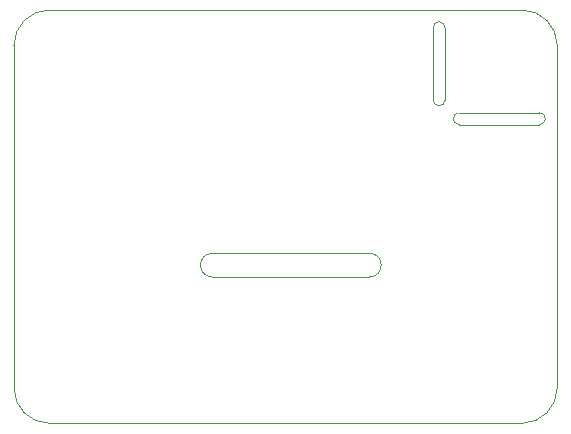
<source format=gbr>
%TF.GenerationSoftware,KiCad,Pcbnew,(5.1.7-0-10_14)*%
%TF.CreationDate,2020-11-27T19:57:41+01:00*%
%TF.ProjectId,AtmoNode,41746d6f-4e6f-4646-952e-6b696361645f,rev?*%
%TF.SameCoordinates,Original*%
%TF.FileFunction,Profile,NP*%
%FSLAX46Y46*%
G04 Gerber Fmt 4.6, Leading zero omitted, Abs format (unit mm)*
G04 Created by KiCad (PCBNEW (5.1.7-0-10_14)) date 2020-11-27 19:57:41*
%MOMM*%
%LPD*%
G01*
G04 APERTURE LIST*
%TA.AperFunction,Profile*%
%ADD10C,0.050000*%
%TD*%
G04 APERTURE END LIST*
D10*
X151500000Y-100200000D02*
G75*
G02*
X151500000Y-101200000I0J-500000D01*
G01*
X144700000Y-101200000D02*
G75*
G02*
X144700000Y-100200000I0J500000D01*
G01*
X143500000Y-99100000D02*
G75*
G02*
X142500000Y-99100000I-500000J0D01*
G01*
X142500000Y-93000000D02*
G75*
G02*
X143500000Y-93000000I500000J0D01*
G01*
X151500000Y-100200000D02*
X144700000Y-100200000D01*
X144700000Y-101200000D02*
X151500000Y-101200000D01*
X142500000Y-99100000D02*
X142500000Y-93000000D01*
X143500000Y-93000000D02*
X143500000Y-99100000D01*
X150000000Y-126500000D02*
X110000000Y-126500000D01*
X153000000Y-94500000D02*
X153000000Y-123500000D01*
X150000000Y-91500000D02*
X110000000Y-91500000D01*
X107000000Y-123500000D02*
X107000000Y-94500000D01*
X150000000Y-91500000D02*
G75*
G02*
X153000000Y-94500000I0J-3000000D01*
G01*
X153000000Y-123500000D02*
G75*
G02*
X150000000Y-126500000I-3000000J0D01*
G01*
X110000000Y-126500000D02*
G75*
G02*
X107000000Y-123500000I0J3000000D01*
G01*
X107000000Y-94500000D02*
G75*
G02*
X110000000Y-91500000I3000000J0D01*
G01*
X137100000Y-112100000D02*
G75*
G02*
X137100000Y-114100000I0J-1000000D01*
G01*
X123800000Y-114100000D02*
G75*
G02*
X123800000Y-112100000I0J1000000D01*
G01*
X137100000Y-114100000D02*
X123800000Y-114100000D01*
X123800000Y-112100000D02*
X137100000Y-112100000D01*
M02*

</source>
